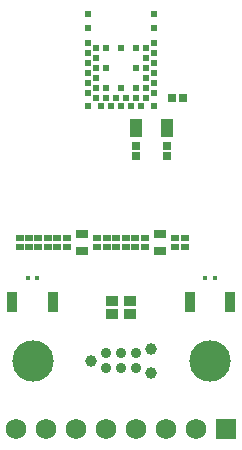
<source format=gts>
G04*
G04 #@! TF.GenerationSoftware,Altium Limited,Altium Designer,21.6.4 (81)*
G04*
G04 Layer_Color=8388736*
%FSLAX44Y44*%
%MOMM*%
G71*
G04*
G04 #@! TF.SameCoordinates,7B4930C9-1E03-45B5-BB94-95F13246AEDE*
G04*
G04*
G04 #@! TF.FilePolarity,Negative*
G04*
G01*
G75*
%ADD24R,0.4600X0.4500*%
%ADD25R,0.9000X1.8000*%
%ADD26C,0.8900*%
%ADD27R,1.1200X0.7400*%
%ADD28R,0.5000X0.5000*%
%ADD29R,0.7200X0.7200*%
%ADD30R,0.6500X0.6200*%
%ADD31R,1.1000X1.6500*%
%ADD32R,1.1000X0.9000*%
%ADD33R,0.7200X0.7200*%
%ADD34C,1.0000*%
%ADD35C,3.5000*%
%ADD36C,1.7500*%
%ADD37R,1.7500X1.7500*%
D24*
X189200Y170000D02*
D03*
X180800D02*
D03*
X39200Y170000D02*
D03*
X30800D02*
D03*
D25*
X168000Y150000D02*
D03*
X202000D02*
D03*
X18000D02*
D03*
X52000D02*
D03*
D26*
X97300Y93750D02*
D03*
Y106450D02*
D03*
X110000Y93750D02*
D03*
Y106450D02*
D03*
X122700Y93750D02*
D03*
Y106450D02*
D03*
D27*
X77000Y206850D02*
D03*
Y193150D02*
D03*
X143000D02*
D03*
Y206850D02*
D03*
D28*
X122750Y331000D02*
D03*
X97250D02*
D03*
Y365000D02*
D03*
X137750Y381500D02*
D03*
X131250Y365000D02*
D03*
Y356500D02*
D03*
Y348000D02*
D03*
X122750D02*
D03*
X110000Y331000D02*
D03*
X97250Y348000D02*
D03*
X137750Y393750D02*
D03*
Y369250D02*
D03*
Y360750D02*
D03*
Y352250D02*
D03*
Y343750D02*
D03*
X131250Y331000D02*
D03*
X137750Y316000D02*
D03*
X127000D02*
D03*
X118500D02*
D03*
X110000D02*
D03*
X101500D02*
D03*
X131250Y339500D02*
D03*
X137750Y335250D02*
D03*
Y326750D02*
D03*
X131250Y322500D02*
D03*
X122750D02*
D03*
X114250D02*
D03*
X105750D02*
D03*
X97250D02*
D03*
X93000Y316000D02*
D03*
X82250Y393750D02*
D03*
Y381500D02*
D03*
Y369250D02*
D03*
Y360750D02*
D03*
Y352250D02*
D03*
Y343750D02*
D03*
Y335250D02*
D03*
Y326750D02*
D03*
Y316000D02*
D03*
X88750Y365000D02*
D03*
Y356500D02*
D03*
Y348000D02*
D03*
Y339500D02*
D03*
Y331000D02*
D03*
Y322500D02*
D03*
X122750Y365000D02*
D03*
X110000D02*
D03*
D29*
X153500Y322250D02*
D03*
X162500D02*
D03*
D30*
X40000Y196000D02*
D03*
Y204000D02*
D03*
X32000D02*
D03*
Y196000D02*
D03*
X24000Y204000D02*
D03*
Y196000D02*
D03*
X130000D02*
D03*
Y204000D02*
D03*
X122000Y196000D02*
D03*
Y204000D02*
D03*
X156000Y196000D02*
D03*
Y204000D02*
D03*
X114000Y196000D02*
D03*
Y204000D02*
D03*
X106000Y196000D02*
D03*
Y204000D02*
D03*
X164000Y196000D02*
D03*
Y204000D02*
D03*
X64000D02*
D03*
Y196000D02*
D03*
X90000Y204000D02*
D03*
Y196000D02*
D03*
X56000D02*
D03*
Y204000D02*
D03*
X48000Y196000D02*
D03*
Y204000D02*
D03*
X98000Y196000D02*
D03*
Y204000D02*
D03*
D31*
X148750Y296750D02*
D03*
X122750D02*
D03*
D32*
X102500Y150500D02*
D03*
X117500D02*
D03*
Y139500D02*
D03*
X102500D02*
D03*
D33*
X122750Y282000D02*
D03*
Y273000D02*
D03*
X148750Y282000D02*
D03*
Y273000D02*
D03*
D34*
X84600Y100100D02*
D03*
X135400Y110260D02*
D03*
Y89940D02*
D03*
D35*
X185000Y100000D02*
D03*
X35000D02*
D03*
D36*
X21100Y42200D02*
D03*
X46500D02*
D03*
X148100D02*
D03*
X173500D02*
D03*
X122700D02*
D03*
X97300D02*
D03*
X71900D02*
D03*
D37*
X198900D02*
D03*
M02*

</source>
